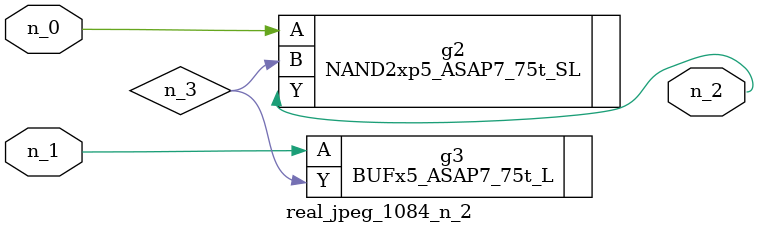
<source format=v>
module real_jpeg_1084_n_2 (n_1, n_0, n_2);

input n_1;
input n_0;

output n_2;

wire n_3;

NAND2xp5_ASAP7_75t_SL g2 ( 
.A(n_0),
.B(n_3),
.Y(n_2)
);

BUFx5_ASAP7_75t_L g3 ( 
.A(n_1),
.Y(n_3)
);


endmodule
</source>
